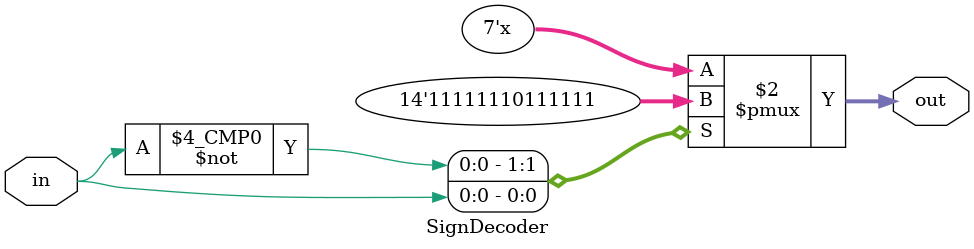
<source format=sv>
`timescale 1ns / 1ps
module SignDecoder(in, out);
    input in;
    output reg [6:0] out;
    
    always @ (in) 
    
            case (in)
                                //for the sign
                8'd0 : out = 7'b1111111;
                8'd1 : out = 7'b0111111;
            endcase
    
endmodule

</source>
